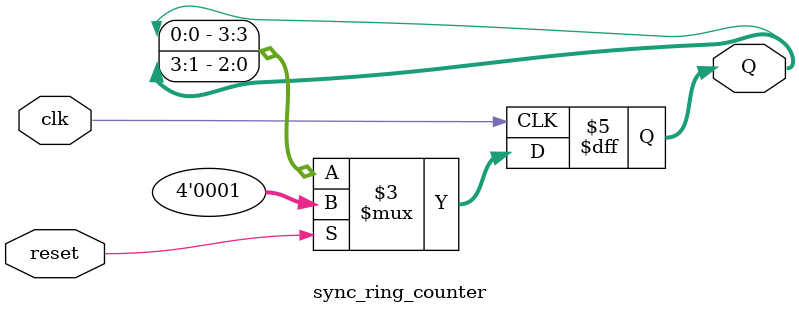
<source format=v>
module sync_ring_counter #(parameter N=4)
    (input clk, reset,
    output reg [N-1:0] Q );

always @(posedge clk) 
    begin
    
    if (reset) 
        Q <= 1;
     
    else 
        Q <= {Q[0], Q[N-1:1]};
    
    end
endmodule
</source>
